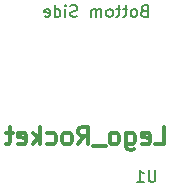
<source format=gbr>
%TF.GenerationSoftware,KiCad,Pcbnew,7.0.5*%
%TF.CreationDate,2023-08-28T18:37:28-04:00*%
%TF.ProjectId,StickRight,53746963-6b52-4696-9768-742e6b696361,rev?*%
%TF.SameCoordinates,Original*%
%TF.FileFunction,Legend,Bot*%
%TF.FilePolarity,Positive*%
%FSLAX46Y46*%
G04 Gerber Fmt 4.6, Leading zero omitted, Abs format (unit mm)*
G04 Created by KiCad (PCBNEW 7.0.5) date 2023-08-28 18:37:28*
%MOMM*%
%LPD*%
G01*
G04 APERTURE LIST*
%ADD10C,0.300000*%
%ADD11C,0.150000*%
G04 APERTURE END LIST*
D10*
X142231203Y-81300828D02*
X142945489Y-81300828D01*
X142945489Y-81300828D02*
X142945489Y-79800828D01*
X141159774Y-81229400D02*
X141302631Y-81300828D01*
X141302631Y-81300828D02*
X141588346Y-81300828D01*
X141588346Y-81300828D02*
X141731203Y-81229400D01*
X141731203Y-81229400D02*
X141802631Y-81086542D01*
X141802631Y-81086542D02*
X141802631Y-80515114D01*
X141802631Y-80515114D02*
X141731203Y-80372257D01*
X141731203Y-80372257D02*
X141588346Y-80300828D01*
X141588346Y-80300828D02*
X141302631Y-80300828D01*
X141302631Y-80300828D02*
X141159774Y-80372257D01*
X141159774Y-80372257D02*
X141088346Y-80515114D01*
X141088346Y-80515114D02*
X141088346Y-80657971D01*
X141088346Y-80657971D02*
X141802631Y-80800828D01*
X139802632Y-80300828D02*
X139802632Y-81515114D01*
X139802632Y-81515114D02*
X139874060Y-81657971D01*
X139874060Y-81657971D02*
X139945489Y-81729400D01*
X139945489Y-81729400D02*
X140088346Y-81800828D01*
X140088346Y-81800828D02*
X140302632Y-81800828D01*
X140302632Y-81800828D02*
X140445489Y-81729400D01*
X139802632Y-81229400D02*
X139945489Y-81300828D01*
X139945489Y-81300828D02*
X140231203Y-81300828D01*
X140231203Y-81300828D02*
X140374060Y-81229400D01*
X140374060Y-81229400D02*
X140445489Y-81157971D01*
X140445489Y-81157971D02*
X140516917Y-81015114D01*
X140516917Y-81015114D02*
X140516917Y-80586542D01*
X140516917Y-80586542D02*
X140445489Y-80443685D01*
X140445489Y-80443685D02*
X140374060Y-80372257D01*
X140374060Y-80372257D02*
X140231203Y-80300828D01*
X140231203Y-80300828D02*
X139945489Y-80300828D01*
X139945489Y-80300828D02*
X139802632Y-80372257D01*
X138874060Y-81300828D02*
X139016917Y-81229400D01*
X139016917Y-81229400D02*
X139088346Y-81157971D01*
X139088346Y-81157971D02*
X139159774Y-81015114D01*
X139159774Y-81015114D02*
X139159774Y-80586542D01*
X139159774Y-80586542D02*
X139088346Y-80443685D01*
X139088346Y-80443685D02*
X139016917Y-80372257D01*
X139016917Y-80372257D02*
X138874060Y-80300828D01*
X138874060Y-80300828D02*
X138659774Y-80300828D01*
X138659774Y-80300828D02*
X138516917Y-80372257D01*
X138516917Y-80372257D02*
X138445489Y-80443685D01*
X138445489Y-80443685D02*
X138374060Y-80586542D01*
X138374060Y-80586542D02*
X138374060Y-81015114D01*
X138374060Y-81015114D02*
X138445489Y-81157971D01*
X138445489Y-81157971D02*
X138516917Y-81229400D01*
X138516917Y-81229400D02*
X138659774Y-81300828D01*
X138659774Y-81300828D02*
X138874060Y-81300828D01*
X138088346Y-81443685D02*
X136945488Y-81443685D01*
X135731203Y-81300828D02*
X136231203Y-80586542D01*
X136588346Y-81300828D02*
X136588346Y-79800828D01*
X136588346Y-79800828D02*
X136016917Y-79800828D01*
X136016917Y-79800828D02*
X135874060Y-79872257D01*
X135874060Y-79872257D02*
X135802631Y-79943685D01*
X135802631Y-79943685D02*
X135731203Y-80086542D01*
X135731203Y-80086542D02*
X135731203Y-80300828D01*
X135731203Y-80300828D02*
X135802631Y-80443685D01*
X135802631Y-80443685D02*
X135874060Y-80515114D01*
X135874060Y-80515114D02*
X136016917Y-80586542D01*
X136016917Y-80586542D02*
X136588346Y-80586542D01*
X134874060Y-81300828D02*
X135016917Y-81229400D01*
X135016917Y-81229400D02*
X135088346Y-81157971D01*
X135088346Y-81157971D02*
X135159774Y-81015114D01*
X135159774Y-81015114D02*
X135159774Y-80586542D01*
X135159774Y-80586542D02*
X135088346Y-80443685D01*
X135088346Y-80443685D02*
X135016917Y-80372257D01*
X135016917Y-80372257D02*
X134874060Y-80300828D01*
X134874060Y-80300828D02*
X134659774Y-80300828D01*
X134659774Y-80300828D02*
X134516917Y-80372257D01*
X134516917Y-80372257D02*
X134445489Y-80443685D01*
X134445489Y-80443685D02*
X134374060Y-80586542D01*
X134374060Y-80586542D02*
X134374060Y-81015114D01*
X134374060Y-81015114D02*
X134445489Y-81157971D01*
X134445489Y-81157971D02*
X134516917Y-81229400D01*
X134516917Y-81229400D02*
X134659774Y-81300828D01*
X134659774Y-81300828D02*
X134874060Y-81300828D01*
X133088346Y-81229400D02*
X133231203Y-81300828D01*
X133231203Y-81300828D02*
X133516917Y-81300828D01*
X133516917Y-81300828D02*
X133659774Y-81229400D01*
X133659774Y-81229400D02*
X133731203Y-81157971D01*
X133731203Y-81157971D02*
X133802631Y-81015114D01*
X133802631Y-81015114D02*
X133802631Y-80586542D01*
X133802631Y-80586542D02*
X133731203Y-80443685D01*
X133731203Y-80443685D02*
X133659774Y-80372257D01*
X133659774Y-80372257D02*
X133516917Y-80300828D01*
X133516917Y-80300828D02*
X133231203Y-80300828D01*
X133231203Y-80300828D02*
X133088346Y-80372257D01*
X132445489Y-81300828D02*
X132445489Y-79800828D01*
X132302632Y-80729400D02*
X131874060Y-81300828D01*
X131874060Y-80300828D02*
X132445489Y-80872257D01*
X130659774Y-81229400D02*
X130802631Y-81300828D01*
X130802631Y-81300828D02*
X131088346Y-81300828D01*
X131088346Y-81300828D02*
X131231203Y-81229400D01*
X131231203Y-81229400D02*
X131302631Y-81086542D01*
X131302631Y-81086542D02*
X131302631Y-80515114D01*
X131302631Y-80515114D02*
X131231203Y-80372257D01*
X131231203Y-80372257D02*
X131088346Y-80300828D01*
X131088346Y-80300828D02*
X130802631Y-80300828D01*
X130802631Y-80300828D02*
X130659774Y-80372257D01*
X130659774Y-80372257D02*
X130588346Y-80515114D01*
X130588346Y-80515114D02*
X130588346Y-80657971D01*
X130588346Y-80657971D02*
X131302631Y-80800828D01*
X130159774Y-80300828D02*
X129588346Y-80300828D01*
X129945489Y-79800828D02*
X129945489Y-81086542D01*
X129945489Y-81086542D02*
X129874060Y-81229400D01*
X129874060Y-81229400D02*
X129731203Y-81300828D01*
X129731203Y-81300828D02*
X129588346Y-81300828D01*
D11*
%TO.C,U1*%
X142261904Y-83454819D02*
X142261904Y-84264342D01*
X142261904Y-84264342D02*
X142214285Y-84359580D01*
X142214285Y-84359580D02*
X142166666Y-84407200D01*
X142166666Y-84407200D02*
X142071428Y-84454819D01*
X142071428Y-84454819D02*
X141880952Y-84454819D01*
X141880952Y-84454819D02*
X141785714Y-84407200D01*
X141785714Y-84407200D02*
X141738095Y-84359580D01*
X141738095Y-84359580D02*
X141690476Y-84264342D01*
X141690476Y-84264342D02*
X141690476Y-83454819D01*
X140690476Y-84454819D02*
X141261904Y-84454819D01*
X140976190Y-84454819D02*
X140976190Y-83454819D01*
X140976190Y-83454819D02*
X141071428Y-83597676D01*
X141071428Y-83597676D02*
X141166666Y-83692914D01*
X141166666Y-83692914D02*
X141261904Y-83740533D01*
X141297387Y-69979009D02*
X141154530Y-70026628D01*
X141154530Y-70026628D02*
X141106911Y-70074247D01*
X141106911Y-70074247D02*
X141059292Y-70169485D01*
X141059292Y-70169485D02*
X141059292Y-70312342D01*
X141059292Y-70312342D02*
X141106911Y-70407580D01*
X141106911Y-70407580D02*
X141154530Y-70455200D01*
X141154530Y-70455200D02*
X141249768Y-70502819D01*
X141249768Y-70502819D02*
X141630720Y-70502819D01*
X141630720Y-70502819D02*
X141630720Y-69502819D01*
X141630720Y-69502819D02*
X141297387Y-69502819D01*
X141297387Y-69502819D02*
X141202149Y-69550438D01*
X141202149Y-69550438D02*
X141154530Y-69598057D01*
X141154530Y-69598057D02*
X141106911Y-69693295D01*
X141106911Y-69693295D02*
X141106911Y-69788533D01*
X141106911Y-69788533D02*
X141154530Y-69883771D01*
X141154530Y-69883771D02*
X141202149Y-69931390D01*
X141202149Y-69931390D02*
X141297387Y-69979009D01*
X141297387Y-69979009D02*
X141630720Y-69979009D01*
X140487863Y-70502819D02*
X140583101Y-70455200D01*
X140583101Y-70455200D02*
X140630720Y-70407580D01*
X140630720Y-70407580D02*
X140678339Y-70312342D01*
X140678339Y-70312342D02*
X140678339Y-70026628D01*
X140678339Y-70026628D02*
X140630720Y-69931390D01*
X140630720Y-69931390D02*
X140583101Y-69883771D01*
X140583101Y-69883771D02*
X140487863Y-69836152D01*
X140487863Y-69836152D02*
X140345006Y-69836152D01*
X140345006Y-69836152D02*
X140249768Y-69883771D01*
X140249768Y-69883771D02*
X140202149Y-69931390D01*
X140202149Y-69931390D02*
X140154530Y-70026628D01*
X140154530Y-70026628D02*
X140154530Y-70312342D01*
X140154530Y-70312342D02*
X140202149Y-70407580D01*
X140202149Y-70407580D02*
X140249768Y-70455200D01*
X140249768Y-70455200D02*
X140345006Y-70502819D01*
X140345006Y-70502819D02*
X140487863Y-70502819D01*
X139868815Y-69836152D02*
X139487863Y-69836152D01*
X139725958Y-69502819D02*
X139725958Y-70359961D01*
X139725958Y-70359961D02*
X139678339Y-70455200D01*
X139678339Y-70455200D02*
X139583101Y-70502819D01*
X139583101Y-70502819D02*
X139487863Y-70502819D01*
X139297386Y-69836152D02*
X138916434Y-69836152D01*
X139154529Y-69502819D02*
X139154529Y-70359961D01*
X139154529Y-70359961D02*
X139106910Y-70455200D01*
X139106910Y-70455200D02*
X139011672Y-70502819D01*
X139011672Y-70502819D02*
X138916434Y-70502819D01*
X138440243Y-70502819D02*
X138535481Y-70455200D01*
X138535481Y-70455200D02*
X138583100Y-70407580D01*
X138583100Y-70407580D02*
X138630719Y-70312342D01*
X138630719Y-70312342D02*
X138630719Y-70026628D01*
X138630719Y-70026628D02*
X138583100Y-69931390D01*
X138583100Y-69931390D02*
X138535481Y-69883771D01*
X138535481Y-69883771D02*
X138440243Y-69836152D01*
X138440243Y-69836152D02*
X138297386Y-69836152D01*
X138297386Y-69836152D02*
X138202148Y-69883771D01*
X138202148Y-69883771D02*
X138154529Y-69931390D01*
X138154529Y-69931390D02*
X138106910Y-70026628D01*
X138106910Y-70026628D02*
X138106910Y-70312342D01*
X138106910Y-70312342D02*
X138154529Y-70407580D01*
X138154529Y-70407580D02*
X138202148Y-70455200D01*
X138202148Y-70455200D02*
X138297386Y-70502819D01*
X138297386Y-70502819D02*
X138440243Y-70502819D01*
X137678338Y-70502819D02*
X137678338Y-69836152D01*
X137678338Y-69931390D02*
X137630719Y-69883771D01*
X137630719Y-69883771D02*
X137535481Y-69836152D01*
X137535481Y-69836152D02*
X137392624Y-69836152D01*
X137392624Y-69836152D02*
X137297386Y-69883771D01*
X137297386Y-69883771D02*
X137249767Y-69979009D01*
X137249767Y-69979009D02*
X137249767Y-70502819D01*
X137249767Y-69979009D02*
X137202148Y-69883771D01*
X137202148Y-69883771D02*
X137106910Y-69836152D01*
X137106910Y-69836152D02*
X136964053Y-69836152D01*
X136964053Y-69836152D02*
X136868814Y-69883771D01*
X136868814Y-69883771D02*
X136821195Y-69979009D01*
X136821195Y-69979009D02*
X136821195Y-70502819D01*
X135630719Y-70455200D02*
X135487862Y-70502819D01*
X135487862Y-70502819D02*
X135249767Y-70502819D01*
X135249767Y-70502819D02*
X135154529Y-70455200D01*
X135154529Y-70455200D02*
X135106910Y-70407580D01*
X135106910Y-70407580D02*
X135059291Y-70312342D01*
X135059291Y-70312342D02*
X135059291Y-70217104D01*
X135059291Y-70217104D02*
X135106910Y-70121866D01*
X135106910Y-70121866D02*
X135154529Y-70074247D01*
X135154529Y-70074247D02*
X135249767Y-70026628D01*
X135249767Y-70026628D02*
X135440243Y-69979009D01*
X135440243Y-69979009D02*
X135535481Y-69931390D01*
X135535481Y-69931390D02*
X135583100Y-69883771D01*
X135583100Y-69883771D02*
X135630719Y-69788533D01*
X135630719Y-69788533D02*
X135630719Y-69693295D01*
X135630719Y-69693295D02*
X135583100Y-69598057D01*
X135583100Y-69598057D02*
X135535481Y-69550438D01*
X135535481Y-69550438D02*
X135440243Y-69502819D01*
X135440243Y-69502819D02*
X135202148Y-69502819D01*
X135202148Y-69502819D02*
X135059291Y-69550438D01*
X134630719Y-70502819D02*
X134630719Y-69836152D01*
X134630719Y-69502819D02*
X134678338Y-69550438D01*
X134678338Y-69550438D02*
X134630719Y-69598057D01*
X134630719Y-69598057D02*
X134583100Y-69550438D01*
X134583100Y-69550438D02*
X134630719Y-69502819D01*
X134630719Y-69502819D02*
X134630719Y-69598057D01*
X133725958Y-70502819D02*
X133725958Y-69502819D01*
X133725958Y-70455200D02*
X133821196Y-70502819D01*
X133821196Y-70502819D02*
X134011672Y-70502819D01*
X134011672Y-70502819D02*
X134106910Y-70455200D01*
X134106910Y-70455200D02*
X134154529Y-70407580D01*
X134154529Y-70407580D02*
X134202148Y-70312342D01*
X134202148Y-70312342D02*
X134202148Y-70026628D01*
X134202148Y-70026628D02*
X134154529Y-69931390D01*
X134154529Y-69931390D02*
X134106910Y-69883771D01*
X134106910Y-69883771D02*
X134011672Y-69836152D01*
X134011672Y-69836152D02*
X133821196Y-69836152D01*
X133821196Y-69836152D02*
X133725958Y-69883771D01*
X132868815Y-70455200D02*
X132964053Y-70502819D01*
X132964053Y-70502819D02*
X133154529Y-70502819D01*
X133154529Y-70502819D02*
X133249767Y-70455200D01*
X133249767Y-70455200D02*
X133297386Y-70359961D01*
X133297386Y-70359961D02*
X133297386Y-69979009D01*
X133297386Y-69979009D02*
X133249767Y-69883771D01*
X133249767Y-69883771D02*
X133154529Y-69836152D01*
X133154529Y-69836152D02*
X132964053Y-69836152D01*
X132964053Y-69836152D02*
X132868815Y-69883771D01*
X132868815Y-69883771D02*
X132821196Y-69979009D01*
X132821196Y-69979009D02*
X132821196Y-70074247D01*
X132821196Y-70074247D02*
X133297386Y-70169485D01*
%TD*%
M02*

</source>
